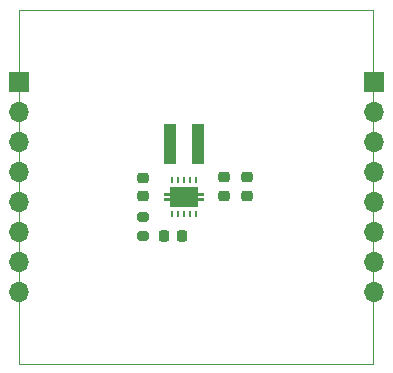
<source format=gbr>
G04 #@! TF.GenerationSoftware,KiCad,Pcbnew,(5.99.0-11522-g728b160719)*
G04 #@! TF.CreationDate,2021-07-25T13:21:19+10:00*
G04 #@! TF.ProjectId,DC_DC,44435f44-432e-46b6-9963-61645f706362,0.2*
G04 #@! TF.SameCoordinates,Original*
G04 #@! TF.FileFunction,Soldermask,Top*
G04 #@! TF.FilePolarity,Negative*
%FSLAX46Y46*%
G04 Gerber Fmt 4.6, Leading zero omitted, Abs format (unit mm)*
G04 Created by KiCad (PCBNEW (5.99.0-11522-g728b160719)) date 2021-07-25 13:21:19*
%MOMM*%
%LPD*%
G01*
G04 APERTURE LIST*
G04 Aperture macros list*
%AMRoundRect*
0 Rectangle with rounded corners*
0 $1 Rounding radius*
0 $2 $3 $4 $5 $6 $7 $8 $9 X,Y pos of 4 corners*
0 Add a 4 corners polygon primitive as box body*
4,1,4,$2,$3,$4,$5,$6,$7,$8,$9,$2,$3,0*
0 Add four circle primitives for the rounded corners*
1,1,$1+$1,$2,$3*
1,1,$1+$1,$4,$5*
1,1,$1+$1,$6,$7*
1,1,$1+$1,$8,$9*
0 Add four rect primitives between the rounded corners*
20,1,$1+$1,$2,$3,$4,$5,0*
20,1,$1+$1,$4,$5,$6,$7,0*
20,1,$1+$1,$6,$7,$8,$9,0*
20,1,$1+$1,$8,$9,$2,$3,0*%
%AMFreePoly0*
4,1,21,-0.125000,1.200000,0.125000,1.200000,0.125000,1.700000,0.375000,1.700000,0.375000,1.200000,0.825000,1.200000,0.825000,-1.200000,0.375000,-1.200000,0.375000,-1.700000,0.125000,-1.700000,0.125000,-1.200000,-0.125000,-1.200000,-0.125000,-1.700000,-0.375000,-1.700000,-0.375000,-1.200000,-0.825000,-1.200000,-0.825000,1.200000,-0.375000,1.200000,-0.375000,1.700000,-0.125000,1.700000,
-0.125000,1.200000,-0.125000,1.200000,$1*%
G04 Aperture macros list end*
G04 #@! TA.AperFunction,Profile*
%ADD10C,0.100000*%
G04 #@! TD*
%ADD11RoundRect,0.225000X-0.250000X0.225000X-0.250000X-0.225000X0.250000X-0.225000X0.250000X0.225000X0*%
%ADD12RoundRect,0.200000X0.275000X-0.200000X0.275000X0.200000X-0.275000X0.200000X-0.275000X-0.200000X0*%
%ADD13R,0.240000X0.600000*%
%ADD14FreePoly0,270.000000*%
%ADD15R,1.700000X1.700000*%
%ADD16O,1.700000X1.700000*%
%ADD17R,0.980000X3.400000*%
%ADD18RoundRect,0.225000X-0.225000X-0.250000X0.225000X-0.250000X0.225000X0.250000X-0.225000X0.250000X0*%
G04 APERTURE END LIST*
D10*
X84303000Y-48006000D02*
X114275000Y-48006000D01*
X114275000Y-48006000D02*
X114275000Y-77978000D01*
X114275000Y-77978000D02*
X84303000Y-77978000D01*
X84303000Y-77978000D02*
X84303000Y-48006000D01*
D11*
G04 #@! TO.C,C3*
X101643500Y-62204000D03*
X101643500Y-63754000D03*
G04 #@! TD*
G04 #@! TO.C,C1*
X94785500Y-62230000D03*
X94785500Y-63780000D03*
G04 #@! TD*
D12*
G04 #@! TO.C,R2*
X94785500Y-67183000D03*
X94785500Y-65533000D03*
G04 #@! TD*
D13*
G04 #@! TO.C,U1*
X99214500Y-62481000D03*
X98714500Y-62481000D03*
X98214500Y-62481000D03*
X97714500Y-62481000D03*
X97214500Y-62481000D03*
X97214500Y-65281000D03*
X97714500Y-65281000D03*
X98214500Y-65281000D03*
X98714500Y-65281000D03*
X99214500Y-65281000D03*
D14*
X98214500Y-63881000D03*
G04 #@! TD*
D11*
G04 #@! TO.C,C4*
X103548500Y-62204000D03*
X103548500Y-63754000D03*
G04 #@! TD*
D15*
G04 #@! TO.C,J2*
X114300000Y-54102000D03*
D16*
X114300000Y-56642000D03*
X114300000Y-59182000D03*
X114300000Y-61722000D03*
X114300000Y-64262000D03*
X114300000Y-66802000D03*
X114300000Y-69342000D03*
X114300000Y-71882000D03*
G04 #@! TD*
D17*
G04 #@! TO.C,L1*
X97029500Y-59388000D03*
X99399500Y-59388000D03*
G04 #@! TD*
D18*
G04 #@! TO.C,C2*
X96537500Y-67183000D03*
X98087500Y-67183000D03*
G04 #@! TD*
D15*
G04 #@! TO.C,J1*
X84303000Y-54102000D03*
D16*
X84303000Y-56642000D03*
X84303000Y-59182000D03*
X84303000Y-61722000D03*
X84303000Y-64262000D03*
X84303000Y-66802000D03*
X84303000Y-69342000D03*
X84303000Y-71882000D03*
G04 #@! TD*
M02*

</source>
